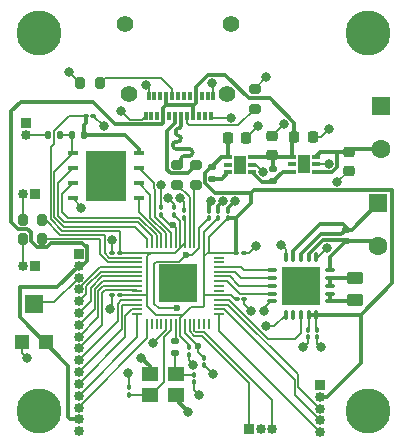
<source format=gbr>
%TF.GenerationSoftware,KiCad,Pcbnew,7.0.1*%
%TF.CreationDate,2024-01-29T14:24:05+02:00*%
%TF.ProjectId,Temp_meter_1.1,54656d70-5f6d-4657-9465-725f312e312e,rev?*%
%TF.SameCoordinates,Original*%
%TF.FileFunction,Copper,L1,Top*%
%TF.FilePolarity,Positive*%
%FSLAX46Y46*%
G04 Gerber Fmt 4.6, Leading zero omitted, Abs format (unit mm)*
G04 Created by KiCad (PCBNEW 7.0.1) date 2024-01-29 14:24:06*
%MOMM*%
%LPD*%
G01*
G04 APERTURE LIST*
G04 Aperture macros list*
%AMRoundRect*
0 Rectangle with rounded corners*
0 $1 Rounding radius*
0 $2 $3 $4 $5 $6 $7 $8 $9 X,Y pos of 4 corners*
0 Add a 4 corners polygon primitive as box body*
4,1,4,$2,$3,$4,$5,$6,$7,$8,$9,$2,$3,0*
0 Add four circle primitives for the rounded corners*
1,1,$1+$1,$2,$3*
1,1,$1+$1,$4,$5*
1,1,$1+$1,$6,$7*
1,1,$1+$1,$8,$9*
0 Add four rect primitives between the rounded corners*
20,1,$1+$1,$2,$3,$4,$5,0*
20,1,$1+$1,$4,$5,$6,$7,0*
20,1,$1+$1,$6,$7,$8,$9,0*
20,1,$1+$1,$8,$9,$2,$3,0*%
G04 Aperture macros list end*
%TA.AperFunction,ComponentPad*%
%ADD10C,3.800000*%
%TD*%
%TA.AperFunction,SMDPad,CuDef*%
%ADD11RoundRect,0.225000X-0.225000X-0.250000X0.225000X-0.250000X0.225000X0.250000X-0.225000X0.250000X0*%
%TD*%
%TA.AperFunction,SMDPad,CuDef*%
%ADD12RoundRect,0.100000X0.100000X-0.130000X0.100000X0.130000X-0.100000X0.130000X-0.100000X-0.130000X0*%
%TD*%
%TA.AperFunction,SMDPad,CuDef*%
%ADD13RoundRect,0.200000X-0.275000X0.200000X-0.275000X-0.200000X0.275000X-0.200000X0.275000X0.200000X0*%
%TD*%
%TA.AperFunction,SMDPad,CuDef*%
%ADD14RoundRect,0.135000X0.185000X-0.135000X0.185000X0.135000X-0.185000X0.135000X-0.185000X-0.135000X0*%
%TD*%
%TA.AperFunction,ComponentPad*%
%ADD15R,0.850000X0.850000*%
%TD*%
%TA.AperFunction,ComponentPad*%
%ADD16O,0.850000X0.850000*%
%TD*%
%TA.AperFunction,SMDPad,CuDef*%
%ADD17RoundRect,0.100000X0.130000X0.100000X-0.130000X0.100000X-0.130000X-0.100000X0.130000X-0.100000X0*%
%TD*%
%TA.AperFunction,SMDPad,CuDef*%
%ADD18RoundRect,0.200000X0.200000X0.275000X-0.200000X0.275000X-0.200000X-0.275000X0.200000X-0.275000X0*%
%TD*%
%TA.AperFunction,SMDPad,CuDef*%
%ADD19RoundRect,0.200000X-0.200000X-0.275000X0.200000X-0.275000X0.200000X0.275000X-0.200000X0.275000X0*%
%TD*%
%TA.AperFunction,SMDPad,CuDef*%
%ADD20RoundRect,0.135000X0.135000X0.185000X-0.135000X0.185000X-0.135000X-0.185000X0.135000X-0.185000X0*%
%TD*%
%TA.AperFunction,SMDPad,CuDef*%
%ADD21RoundRect,0.225000X-0.250000X0.225000X-0.250000X-0.225000X0.250000X-0.225000X0.250000X0.225000X0*%
%TD*%
%TA.AperFunction,SMDPad,CuDef*%
%ADD22RoundRect,0.100000X-0.100000X0.130000X-0.100000X-0.130000X0.100000X-0.130000X0.100000X0.130000X0*%
%TD*%
%TA.AperFunction,ComponentPad*%
%ADD23RoundRect,0.250000X-0.550000X0.550000X-0.550000X-0.550000X0.550000X-0.550000X0.550000X0.550000X0*%
%TD*%
%TA.AperFunction,ComponentPad*%
%ADD24C,1.600000*%
%TD*%
%TA.AperFunction,SMDPad,CuDef*%
%ADD25RoundRect,0.075000X0.337500X0.075000X-0.337500X0.075000X-0.337500X-0.075000X0.337500X-0.075000X0*%
%TD*%
%TA.AperFunction,SMDPad,CuDef*%
%ADD26RoundRect,0.075000X0.075000X0.337500X-0.075000X0.337500X-0.075000X-0.337500X0.075000X-0.337500X0*%
%TD*%
%TA.AperFunction,SMDPad,CuDef*%
%ADD27R,3.250000X3.250000*%
%TD*%
%TA.AperFunction,SMDPad,CuDef*%
%ADD28RoundRect,0.135000X-0.185000X0.135000X-0.185000X-0.135000X0.185000X-0.135000X0.185000X0.135000X0*%
%TD*%
%TA.AperFunction,SMDPad,CuDef*%
%ADD29R,0.960000X0.440000*%
%TD*%
%TA.AperFunction,SMDPad,CuDef*%
%ADD30R,3.400000X4.300000*%
%TD*%
%TA.AperFunction,SMDPad,CuDef*%
%ADD31RoundRect,0.225000X0.250000X-0.225000X0.250000X0.225000X-0.250000X0.225000X-0.250000X-0.225000X0*%
%TD*%
%TA.AperFunction,SMDPad,CuDef*%
%ADD32RoundRect,0.250000X0.450000X-0.262500X0.450000X0.262500X-0.450000X0.262500X-0.450000X-0.262500X0*%
%TD*%
%TA.AperFunction,SMDPad,CuDef*%
%ADD33RoundRect,0.100000X-0.130000X-0.100000X0.130000X-0.100000X0.130000X0.100000X-0.130000X0.100000X0*%
%TD*%
%TA.AperFunction,SMDPad,CuDef*%
%ADD34R,0.300000X0.700000*%
%TD*%
%TA.AperFunction,ComponentPad*%
%ADD35C,1.400000*%
%TD*%
%TA.AperFunction,SMDPad,CuDef*%
%ADD36R,1.400000X1.200000*%
%TD*%
%TA.AperFunction,SMDPad,CuDef*%
%ADD37R,0.690000X0.320000*%
%TD*%
%TA.AperFunction,SMDPad,CuDef*%
%ADD38R,1.000000X1.600000*%
%TD*%
%TA.AperFunction,SMDPad,CuDef*%
%ADD39RoundRect,0.140000X0.170000X-0.140000X0.170000X0.140000X-0.170000X0.140000X-0.170000X-0.140000X0*%
%TD*%
%TA.AperFunction,SMDPad,CuDef*%
%ADD40R,1.200000X1.200000*%
%TD*%
%TA.AperFunction,SMDPad,CuDef*%
%ADD41R,1.600000X1.500000*%
%TD*%
%TA.AperFunction,SMDPad,CuDef*%
%ADD42RoundRect,0.050000X-0.387500X-0.050000X0.387500X-0.050000X0.387500X0.050000X-0.387500X0.050000X0*%
%TD*%
%TA.AperFunction,SMDPad,CuDef*%
%ADD43RoundRect,0.050000X-0.050000X-0.387500X0.050000X-0.387500X0.050000X0.387500X-0.050000X0.387500X0*%
%TD*%
%TA.AperFunction,SMDPad,CuDef*%
%ADD44R,3.200000X3.200000*%
%TD*%
%TA.AperFunction,ViaPad*%
%ADD45C,0.800000*%
%TD*%
%TA.AperFunction,ViaPad*%
%ADD46C,0.600000*%
%TD*%
%TA.AperFunction,Conductor*%
%ADD47C,0.300000*%
%TD*%
%TA.AperFunction,Conductor*%
%ADD48C,0.200000*%
%TD*%
G04 APERTURE END LIST*
D10*
%TO.P,H4,1*%
%TO.N,N/C*%
X117900000Y-76000000D03*
%TD*%
D11*
%TO.P,C3,1*%
%TO.N,+3.3V*%
X106050000Y-52900000D03*
%TO.P,C3,2*%
%TO.N,GND*%
X107600000Y-52900000D03*
%TD*%
D12*
%TO.P,C7,1*%
%TO.N,+1V1*%
X100400000Y-59375000D03*
%TO.P,C7,2*%
%TO.N,GND*%
X100400000Y-58735000D03*
%TD*%
D13*
%TO.P,R5,1*%
%TO.N,USB_DP*%
X101700000Y-55200000D03*
%TO.P,R5,2*%
%TO.N,Net-(U1-USB_DP)*%
X101700000Y-56850000D03*
%TD*%
D14*
%TO.P,R9,1*%
%TO.N,Net-(C18-Pad2)*%
X101592500Y-71120000D03*
%TO.P,R9,2*%
%TO.N,XOUT*%
X101592500Y-70100000D03*
%TD*%
D15*
%TO.P,J2,1,Pin_1*%
%TO.N,GND*%
X113800000Y-73800000D03*
D16*
%TO.P,J2,2,Pin_2*%
%TO.N,+3.3V*%
X113800000Y-74800000D03*
%TO.P,J2,3,Pin_3*%
%TO.N,Switch*%
X113800000Y-75800000D03*
%TO.P,J2,4,Pin_4*%
%TO.N,Out_B*%
X113800000Y-76800000D03*
%TO.P,J2,5,Pin_5*%
%TO.N,Out_A*%
X113800000Y-77800000D03*
%TD*%
D12*
%TO.P,C5,1*%
%TO.N,+1V1*%
X104400000Y-59665000D03*
%TO.P,C5,2*%
%TO.N,GND*%
X104400000Y-59025000D03*
%TD*%
D11*
%TO.P,C2,1*%
%TO.N,+5V*%
X111650000Y-52800000D03*
%TO.P,C2,2*%
%TO.N,GND*%
X113200000Y-52800000D03*
%TD*%
D17*
%TO.P,C8,1*%
%TO.N,+3.3V*%
X96875000Y-66200000D03*
%TO.P,C8,2*%
%TO.N,GND*%
X96235000Y-66200000D03*
%TD*%
D12*
%TO.P,C15,1*%
%TO.N,+3.3V*%
X105200000Y-59665000D03*
%TO.P,C15,2*%
%TO.N,GND*%
X105200000Y-59025000D03*
%TD*%
D18*
%TO.P,R11,1*%
%TO.N,LED2*%
X90300000Y-61400000D03*
%TO.P,R11,2*%
%TO.N,Net-(D2-A)*%
X88650000Y-61400000D03*
%TD*%
D15*
%TO.P,D1,1,K*%
%TO.N,GND*%
X89700000Y-57600000D03*
D16*
%TO.P,D1,2,A*%
%TO.N,Net-(D1-A)*%
X88700000Y-57600000D03*
%TD*%
D19*
%TO.P,R14,1*%
%TO.N,GND*%
X93550000Y-48200000D03*
%TO.P,R14,2*%
%TO.N,Net-(P1-CC2)*%
X95200000Y-48200000D03*
%TD*%
D20*
%TO.P,R7,1*%
%TO.N,+3.3V*%
X93820000Y-52600000D03*
%TO.P,R7,2*%
%TO.N,QSPI_SS*%
X92800000Y-52600000D03*
%TD*%
D13*
%TO.P,R15,1*%
%TO.N,GND*%
X108300000Y-48750000D03*
%TO.P,R15,2*%
%TO.N,Net-(P1-CC1)*%
X108300000Y-50400000D03*
%TD*%
D21*
%TO.P,C1,1*%
%TO.N,Net-(J1-Pin_2)*%
X116300000Y-54100000D03*
%TO.P,C1,2*%
%TO.N,GND*%
X116300000Y-55650000D03*
%TD*%
D22*
%TO.P,C17,1*%
%TO.N,GND*%
X97700000Y-73980000D03*
%TO.P,C17,2*%
%TO.N,XIN*%
X97700000Y-74620000D03*
%TD*%
D23*
%TO.P,J1,1,Pin_1*%
%TO.N,GND*%
X119000000Y-50200000D03*
D24*
%TO.P,J1,2,Pin_2*%
%TO.N,Net-(J1-Pin_2)*%
X119000000Y-53800000D03*
%TD*%
D25*
%TO.P,U5,1,BIAS*%
%TO.N,Net-(U5-BIAS)*%
X114647500Y-66700000D03*
%TO.P,U5,2,REFIN+*%
X114647500Y-66050000D03*
%TO.P,U5,3,REFIN-*%
%TO.N,Net-(U5-ISENSOR)*%
X114647500Y-65400000D03*
%TO.P,U5,4,ISENSOR*%
X114647500Y-64750000D03*
%TO.P,U5,5,FORCE+*%
%TO.N,RTD+*%
X114647500Y-64100000D03*
D26*
%TO.P,U5,6,FORCE2*%
%TO.N,GND*%
X113510000Y-62962500D03*
%TO.P,U5,7,RTDIN+*%
%TO.N,RTD+*%
X112860000Y-62962500D03*
%TO.P,U5,8,RTDIN-*%
%TO.N,RTD-*%
X112210000Y-62962500D03*
%TO.P,U5,9,FORCE-*%
X111560000Y-62962500D03*
%TO.P,U5,10,GND*%
%TO.N,GND*%
X110910000Y-62962500D03*
D25*
%TO.P,U5,11,SDI*%
%TO.N,SDI*%
X109772500Y-64100000D03*
%TO.P,U5,12,SCLK*%
%TO.N,SCLK*%
X109772500Y-64750000D03*
%TO.P,U5,13,~{CS}*%
%TO.N,CS*%
X109772500Y-65400000D03*
%TO.P,U5,14,SDO*%
%TO.N,SD0*%
X109772500Y-66050000D03*
%TO.P,U5,15,DGND*%
%TO.N,GND*%
X109772500Y-66700000D03*
D26*
%TO.P,U5,16,GND*%
X110910000Y-67837500D03*
%TO.P,U5,17,NC*%
%TO.N,unconnected-(U5-NC-Pad17)*%
X111560000Y-67837500D03*
%TO.P,U5,18,~{DRDY}*%
%TO.N,DRDY*%
X112210000Y-67837500D03*
%TO.P,U5,19,DVDD*%
%TO.N,+3.3V*%
X112860000Y-67837500D03*
%TO.P,U5,20,VDD*%
X113510000Y-67837500D03*
D27*
%TO.P,U5,21,GND*%
%TO.N,GND*%
X112210000Y-65400000D03*
%TD*%
D22*
%TO.P,C20,1*%
%TO.N,+3.3V*%
X112800000Y-69125000D03*
%TO.P,C20,2*%
%TO.N,GND*%
X112800000Y-69765000D03*
%TD*%
D23*
%TO.P,J3,1,Pin_1*%
%TO.N,RTD-*%
X118775000Y-58400000D03*
D24*
%TO.P,J3,2,Pin_2*%
%TO.N,RTD+*%
X118775000Y-62000000D03*
%TD*%
D12*
%TO.P,C13,1*%
%TO.N,+3.3V*%
X102300000Y-59620000D03*
%TO.P,C13,2*%
%TO.N,GND*%
X102300000Y-58980000D03*
%TD*%
%TO.P,C22,1*%
%TO.N,+3.3V*%
X101500000Y-59375000D03*
%TO.P,C22,2*%
%TO.N,GND*%
X101500000Y-58735000D03*
%TD*%
D28*
%TO.P,R1,1*%
%TO.N,+5V*%
X109850000Y-55540000D03*
%TO.P,R1,2*%
%TO.N,Net-(U2-EN)*%
X109850000Y-56560000D03*
%TD*%
D29*
%TO.P,U4,1,~{CS}*%
%TO.N,QSPI_SS*%
X92900000Y-54190000D03*
%TO.P,U4,2,DO(IO1)*%
%TO.N,QSPI_SD1*%
X92900000Y-55460000D03*
%TO.P,U4,3,IO2*%
%TO.N,QSPI_SD2*%
X92900000Y-56730000D03*
%TO.P,U4,4,GND*%
%TO.N,GND*%
X92900000Y-58000000D03*
%TO.P,U4,5,DI(IO0)*%
%TO.N,QSPI_SD0*%
X98500000Y-58000000D03*
%TO.P,U4,6,CLK*%
%TO.N,QSPI_SCLK*%
X98500000Y-56730000D03*
%TO.P,U4,7,IO3*%
%TO.N,QSPI_SD3*%
X98500000Y-55460000D03*
%TO.P,U4,8,VCC*%
%TO.N,+3.3V*%
X98500000Y-54190000D03*
D30*
%TO.P,U4,9*%
%TO.N,N/C*%
X95700000Y-56095000D03*
%TD*%
D31*
%TO.P,C4,1*%
%TO.N,+5V*%
X109800000Y-54300000D03*
%TO.P,C4,2*%
%TO.N,GND*%
X109800000Y-52750000D03*
%TD*%
D15*
%TO.P,LCD1,1,Vss*%
%TO.N,GND*%
X93400000Y-62700000D03*
D16*
%TO.P,LCD1,2,Vdd*%
%TO.N,+5V*%
X93400000Y-63700000D03*
%TO.P,LCD1,3,V0*%
%TO.N,Net-(LCD1-V0)*%
X93400000Y-64700000D03*
%TO.P,LCD1,4,RS*%
%TO.N,RS*%
X93400000Y-65700000D03*
%TO.P,LCD1,5,R/W*%
%TO.N,R{slash}W*%
X93400000Y-66700000D03*
%TO.P,LCD1,6,E*%
%TO.N,E*%
X93400000Y-67700000D03*
%TO.P,LCD1,7,DB0*%
%TO.N,DB0*%
X93400000Y-68700000D03*
%TO.P,LCD1,8,DB1*%
%TO.N,DB1*%
X93400000Y-69700000D03*
%TO.P,LCD1,9,DB2*%
%TO.N,DB2*%
X93400000Y-70700000D03*
%TO.P,LCD1,10,DB3*%
%TO.N,DB3*%
X93400000Y-71700000D03*
%TO.P,LCD1,11,DB4*%
%TO.N,DB4*%
X93400000Y-72700000D03*
%TO.P,LCD1,12,DB5*%
%TO.N,DB5*%
X93400000Y-73700000D03*
%TO.P,LCD1,13,DB6*%
%TO.N,DB6*%
X93400000Y-74700000D03*
%TO.P,LCD1,14,DB7*%
%TO.N,DB7*%
X93400000Y-75700000D03*
%TO.P,LCD1,15,LED+*%
%TO.N,+5V*%
X93400000Y-76700000D03*
%TO.P,LCD1,16,LED-*%
%TO.N,GND*%
X93400000Y-77700000D03*
%TD*%
D12*
%TO.P,C11,1*%
%TO.N,+3.3V*%
X106000000Y-59665000D03*
%TO.P,C11,2*%
%TO.N,GND*%
X106000000Y-59025000D03*
%TD*%
D32*
%TO.P,R12,1*%
%TO.N,Net-(U5-BIAS)*%
X116800000Y-66600000D03*
%TO.P,R12,2*%
%TO.N,Net-(U5-ISENSOR)*%
X116800000Y-64775000D03*
%TD*%
D33*
%TO.P,C10,1*%
%TO.N,+3.3V*%
X106780000Y-66500000D03*
%TO.P,C10,2*%
%TO.N,GND*%
X107420000Y-66500000D03*
%TD*%
D34*
%TO.P,P1,A1,GND*%
%TO.N,GND*%
X104560000Y-51060000D03*
%TO.P,P1,A2*%
%TO.N,N/C*%
X104060000Y-51060000D03*
%TO.P,P1,A3*%
X103560000Y-51060000D03*
%TO.P,P1,A4,VBUS*%
%TO.N,+5V*%
X103060000Y-51060000D03*
%TO.P,P1,A5,CC1*%
%TO.N,Net-(P1-CC1)*%
X102560000Y-51060000D03*
%TO.P,P1,A6,D+*%
%TO.N,USB_DP*%
X102060000Y-51060000D03*
%TO.P,P1,A7,D-*%
%TO.N,USB_DM*%
X101560000Y-51060000D03*
%TO.P,P1,A8*%
%TO.N,N/C*%
X101060000Y-51060000D03*
%TO.P,P1,A9,VBUS*%
%TO.N,+5V*%
X100560000Y-51060000D03*
%TO.P,P1,A10*%
%TO.N,N/C*%
X100060000Y-51060000D03*
%TO.P,P1,A11*%
X99560000Y-51060000D03*
%TO.P,P1,A12,GND*%
%TO.N,GND*%
X99060000Y-51060000D03*
%TO.P,P1,B1,GND*%
X99310000Y-49360000D03*
%TO.P,P1,B2*%
%TO.N,N/C*%
X99810000Y-49360000D03*
%TO.P,P1,B3*%
X100310000Y-49360000D03*
%TO.P,P1,B4,VBUS*%
%TO.N,+5V*%
X100810000Y-49360000D03*
%TO.P,P1,B5,CC2*%
%TO.N,Net-(P1-CC2)*%
X101310000Y-49360000D03*
%TO.P,P1,B6*%
%TO.N,N/C*%
X101810000Y-49360000D03*
%TO.P,P1,B7*%
X102310000Y-49360000D03*
%TO.P,P1,B8*%
X102810000Y-49360000D03*
%TO.P,P1,B9,VBUS*%
%TO.N,+5V*%
X103310000Y-49360000D03*
%TO.P,P1,B10*%
%TO.N,N/C*%
X103810000Y-49360000D03*
%TO.P,P1,B11*%
X104310000Y-49360000D03*
%TO.P,P1,B12,GND*%
%TO.N,GND*%
X104810000Y-49360000D03*
D35*
%TO.P,P1,S1,SHIELD*%
X106300000Y-43200000D03*
X105940000Y-49150000D03*
X97680000Y-49150000D03*
X97320000Y-43200000D03*
%TD*%
D36*
%TO.P,Y2,1,1*%
%TO.N,XIN*%
X99400000Y-74600000D03*
%TO.P,Y2,2,2*%
%TO.N,GND*%
X101600000Y-74600000D03*
%TO.P,Y2,3,3*%
%TO.N,Net-(C18-Pad2)*%
X101600000Y-72900000D03*
%TO.P,Y2,4,4*%
%TO.N,GND*%
X99400000Y-72900000D03*
%TD*%
D15*
%TO.P,SW1,1*%
%TO.N,GND*%
X88900000Y-51600000D03*
D16*
%TO.P,SW1,2*%
%TO.N,Net-(R8-Pad2)*%
X88900000Y-52600000D03*
%TD*%
D33*
%TO.P,C16,1*%
%TO.N,+3.3V*%
X94000000Y-51000000D03*
%TO.P,C16,2*%
%TO.N,GND*%
X94640000Y-51000000D03*
%TD*%
%TO.P,C14,1*%
%TO.N,+3.3V*%
X106725000Y-62620000D03*
%TO.P,C14,2*%
%TO.N,GND*%
X107365000Y-62620000D03*
%TD*%
D10*
%TO.P,H1,1*%
%TO.N,N/C*%
X117900000Y-44000000D03*
%TD*%
D37*
%TO.P,U2,1,OUT*%
%TO.N,+3.3V*%
X106060000Y-54500000D03*
%TO.P,U2,2*%
%TO.N,N/C*%
X106060000Y-55150000D03*
%TO.P,U2,3,PG*%
%TO.N,Net-(U2-PG)*%
X106060000Y-55800000D03*
%TO.P,U2,4,EN*%
%TO.N,Net-(U2-EN)*%
X108100000Y-55800000D03*
%TO.P,U2,5,GND*%
%TO.N,GND*%
X108100000Y-55150000D03*
%TO.P,U2,6,IN*%
%TO.N,+5V*%
X108100000Y-54500000D03*
D38*
%TO.P,U2,7*%
%TO.N,N/C*%
X107080000Y-55150000D03*
%TD*%
D12*
%TO.P,C18,1*%
%TO.N,GND*%
X103200000Y-73565000D03*
%TO.P,C18,2*%
%TO.N,Net-(C18-Pad2)*%
X103200000Y-72925000D03*
%TD*%
D13*
%TO.P,R6,1*%
%TO.N,USB_DM*%
X103300000Y-55200000D03*
%TO.P,R6,2*%
%TO.N,Net-(U1-USB_DM)*%
X103300000Y-56850000D03*
%TD*%
D10*
%TO.P,H2,1*%
%TO.N,N/C*%
X90000000Y-76000000D03*
%TD*%
D20*
%TO.P,R8,1*%
%TO.N,QSPI_SS*%
X91820000Y-52600000D03*
%TO.P,R8,2*%
%TO.N,Net-(R8-Pad2)*%
X90800000Y-52600000D03*
%TD*%
D22*
%TO.P,C6,1*%
%TO.N,+1V1*%
X104000000Y-71480000D03*
%TO.P,C6,2*%
%TO.N,GND*%
X104000000Y-72120000D03*
%TD*%
D15*
%TO.P,J4,1,Pin_1*%
%TO.N,Net-(J4-Pin_1)*%
X107800000Y-77500000D03*
D16*
%TO.P,J4,2,Pin_2*%
%TO.N,GND*%
X108800000Y-77500000D03*
%TO.P,J4,3,Pin_3*%
%TO.N,Net-(J4-Pin_3)*%
X109800000Y-77500000D03*
%TD*%
D37*
%TO.P,U3,1,OUT*%
%TO.N,+5V*%
X111450000Y-54450000D03*
%TO.P,U3,2*%
%TO.N,N/C*%
X111450000Y-55100000D03*
%TO.P,U3,3,PG*%
%TO.N,Net-(U2-EN)*%
X111450000Y-55750000D03*
%TO.P,U3,4,EN*%
%TO.N,Net-(J1-Pin_2)*%
X113490000Y-55750000D03*
%TO.P,U3,5,GND*%
%TO.N,GND*%
X113490000Y-55100000D03*
%TO.P,U3,6,IN*%
%TO.N,Net-(J1-Pin_2)*%
X113490000Y-54450000D03*
D38*
%TO.P,U3,7*%
%TO.N,N/C*%
X112470000Y-55100000D03*
%TD*%
D10*
%TO.P,H3,1*%
%TO.N,N/C*%
X90000000Y-44000000D03*
%TD*%
D22*
%TO.P,C9,1*%
%TO.N,+3.3V*%
X102700000Y-70580000D03*
%TO.P,C9,2*%
%TO.N,GND*%
X102700000Y-71220000D03*
%TD*%
D39*
%TO.P,C21,1*%
%TO.N,RTD+*%
X116000000Y-61600000D03*
%TO.P,C21,2*%
%TO.N,RTD-*%
X116000000Y-60640000D03*
%TD*%
D40*
%TO.P,RV1,1,1*%
%TO.N,GND*%
X88600000Y-70150000D03*
D41*
%TO.P,RV1,2,2*%
%TO.N,Net-(LCD1-V0)*%
X89600000Y-66900000D03*
D40*
%TO.P,RV1,3,3*%
%TO.N,+5V*%
X90600000Y-70150000D03*
%TD*%
D15*
%TO.P,D2,1,K*%
%TO.N,GND*%
X89700000Y-63700000D03*
D16*
%TO.P,D2,2,A*%
%TO.N,Net-(D2-A)*%
X88700000Y-63700000D03*
%TD*%
D18*
%TO.P,R10,1*%
%TO.N,LED1*%
X90300000Y-59800000D03*
%TO.P,R10,2*%
%TO.N,Net-(D1-A)*%
X88650000Y-59800000D03*
%TD*%
D28*
%TO.P,R2,1*%
%TO.N,+3.3V*%
X104700000Y-55300000D03*
%TO.P,R2,2*%
%TO.N,Net-(U2-PG)*%
X104700000Y-56320000D03*
%TD*%
D22*
%TO.P,C19,1*%
%TO.N,+3.3V*%
X113600000Y-69125000D03*
%TO.P,C19,2*%
%TO.N,GND*%
X113600000Y-69765000D03*
%TD*%
D42*
%TO.P,U1,1,IOVDD*%
%TO.N,+3.3V*%
X98362500Y-62600000D03*
%TO.P,U1,2,GPIO0*%
%TO.N,LED1*%
X98362500Y-63000000D03*
%TO.P,U1,3,GPIO1*%
%TO.N,LED2*%
X98362500Y-63400000D03*
%TO.P,U1,4,GPIO2*%
%TO.N,RS*%
X98362500Y-63800000D03*
%TO.P,U1,5,GPIO3*%
%TO.N,R{slash}W*%
X98362500Y-64200000D03*
%TO.P,U1,6,GPIO4*%
%TO.N,E*%
X98362500Y-64600000D03*
%TO.P,U1,7,GPIO5*%
%TO.N,DB0*%
X98362500Y-65000000D03*
%TO.P,U1,8,GPIO6*%
%TO.N,DB1*%
X98362500Y-65400000D03*
%TO.P,U1,9,GPIO7*%
%TO.N,DB2*%
X98362500Y-65800000D03*
%TO.P,U1,10,IOVDD*%
%TO.N,+3.3V*%
X98362500Y-66200000D03*
%TO.P,U1,11,GPIO8*%
%TO.N,DB3*%
X98362500Y-66600000D03*
%TO.P,U1,12,GPIO9*%
%TO.N,DB4*%
X98362500Y-67000000D03*
%TO.P,U1,13,GPIO10*%
%TO.N,DB5*%
X98362500Y-67400000D03*
%TO.P,U1,14,GPIO11*%
%TO.N,DB6*%
X98362500Y-67800000D03*
D43*
%TO.P,U1,15,GPIO12*%
%TO.N,DB7*%
X99200000Y-68637500D03*
%TO.P,U1,16,GPIO13*%
%TO.N,unconnected-(U1-GPIO13-Pad16)*%
X99600000Y-68637500D03*
%TO.P,U1,17,GPIO14*%
%TO.N,unconnected-(U1-GPIO14-Pad17)*%
X100000000Y-68637500D03*
%TO.P,U1,18,GPIO15*%
%TO.N,unconnected-(U1-GPIO15-Pad18)*%
X100400000Y-68637500D03*
%TO.P,U1,19,TESTEN*%
%TO.N,GND*%
X100800000Y-68637500D03*
%TO.P,U1,20,XIN*%
%TO.N,XIN*%
X101200000Y-68637500D03*
%TO.P,U1,21,XOUT*%
%TO.N,XOUT*%
X101600000Y-68637500D03*
%TO.P,U1,22,IOVDD*%
%TO.N,+3.3V*%
X102000000Y-68637500D03*
%TO.P,U1,23,DVDD*%
%TO.N,+1V1*%
X102400000Y-68637500D03*
%TO.P,U1,24,SWCLK*%
%TO.N,Net-(J4-Pin_1)*%
X102800000Y-68637500D03*
%TO.P,U1,25,SWD*%
%TO.N,Net-(J4-Pin_3)*%
X103200000Y-68637500D03*
%TO.P,U1,26,RUN*%
%TO.N,unconnected-(U1-RUN-Pad26)*%
X103600000Y-68637500D03*
%TO.P,U1,27,GPIO16*%
%TO.N,unconnected-(U1-GPIO16-Pad27)*%
X104000000Y-68637500D03*
%TO.P,U1,28,GPIO17*%
%TO.N,unconnected-(U1-GPIO17-Pad28)*%
X104400000Y-68637500D03*
D42*
%TO.P,U1,29,GPIO18*%
%TO.N,Out_A*%
X105237500Y-67800000D03*
%TO.P,U1,30,GPIO19*%
%TO.N,Out_B*%
X105237500Y-67400000D03*
%TO.P,U1,31,GPIO20*%
%TO.N,Switch*%
X105237500Y-67000000D03*
%TO.P,U1,32,GPIO21*%
%TO.N,DRDY*%
X105237500Y-66600000D03*
%TO.P,U1,33,IOVDD*%
%TO.N,+3.3V*%
X105237500Y-66200000D03*
%TO.P,U1,34,GPIO22*%
%TO.N,unconnected-(U1-GPIO22-Pad34)*%
X105237500Y-65800000D03*
%TO.P,U1,35,GPIO23*%
%TO.N,unconnected-(U1-GPIO23-Pad35)*%
X105237500Y-65400000D03*
%TO.P,U1,36,GPIO24*%
%TO.N,SD0*%
X105237500Y-65000000D03*
%TO.P,U1,37,GPIO25*%
%TO.N,CS*%
X105237500Y-64600000D03*
%TO.P,U1,38,GPIO26_ADC0*%
%TO.N,SCLK*%
X105237500Y-64200000D03*
%TO.P,U1,39,GPIO27_ADC1*%
%TO.N,SDI*%
X105237500Y-63800000D03*
%TO.P,U1,40,GPIO28_ADC2*%
%TO.N,unconnected-(U1-GPIO28_ADC2-Pad40)*%
X105237500Y-63400000D03*
%TO.P,U1,41,GPIO29_ADC3*%
%TO.N,unconnected-(U1-GPIO29_ADC3-Pad41)*%
X105237500Y-63000000D03*
%TO.P,U1,42,IOVDD*%
%TO.N,+3.3V*%
X105237500Y-62600000D03*
D43*
%TO.P,U1,43,ADC_AVDD*%
X104400000Y-61762500D03*
%TO.P,U1,44,VREG_IN*%
X104000000Y-61762500D03*
%TO.P,U1,45,VREG_VOUT*%
%TO.N,+1V1*%
X103600000Y-61762500D03*
%TO.P,U1,46,USB_DM*%
%TO.N,Net-(U1-USB_DM)*%
X103200000Y-61762500D03*
%TO.P,U1,47,USB_DP*%
%TO.N,Net-(U1-USB_DP)*%
X102800000Y-61762500D03*
%TO.P,U1,48,USB_VDD*%
%TO.N,+3.3V*%
X102400000Y-61762500D03*
%TO.P,U1,49,IOVDD*%
X102000000Y-61762500D03*
%TO.P,U1,50,DVDD*%
%TO.N,+1V1*%
X101600000Y-61762500D03*
%TO.P,U1,51,QSPI_SD3*%
%TO.N,QSPI_SD3*%
X101200000Y-61762500D03*
%TO.P,U1,52,QSPI_SCLK*%
%TO.N,QSPI_SCLK*%
X100800000Y-61762500D03*
%TO.P,U1,53,QSPI_SD0*%
%TO.N,QSPI_SD0*%
X100400000Y-61762500D03*
%TO.P,U1,54,QSPI_SD2*%
%TO.N,QSPI_SD2*%
X100000000Y-61762500D03*
%TO.P,U1,55,QSPI_SD1*%
%TO.N,QSPI_SD1*%
X99600000Y-61762500D03*
%TO.P,U1,56,QSPI_SS*%
%TO.N,QSPI_SS*%
X99200000Y-61762500D03*
D44*
%TO.P,U1,57,GND*%
%TO.N,GND*%
X101800000Y-65200000D03*
%TD*%
D17*
%TO.P,C12,1*%
%TO.N,+3.3V*%
X96875000Y-62600000D03*
%TO.P,C12,2*%
%TO.N,GND*%
X96235000Y-62600000D03*
%TD*%
D45*
%TO.N,GND*%
X99100000Y-48400000D03*
X102000000Y-58000000D03*
X103100000Y-72100000D03*
X97600000Y-72800000D03*
X110800000Y-51700000D03*
X108400000Y-62000000D03*
X104800000Y-72900000D03*
X103600000Y-74600000D03*
X113300000Y-66500000D03*
X99700000Y-70200000D03*
X101000000Y-58000000D03*
X100700000Y-66300000D03*
X95500000Y-51900000D03*
X109300000Y-47700000D03*
X89000000Y-71500000D03*
X105600000Y-58200000D03*
X111100000Y-64300000D03*
X100400079Y-56879976D03*
X102900000Y-64100000D03*
X92600000Y-47300000D03*
X113900000Y-70600000D03*
X110500000Y-61900000D03*
X114600000Y-55100000D03*
X93600000Y-58800000D03*
X96226500Y-61500000D03*
X108600000Y-51900000D03*
X102650000Y-76050000D03*
X106300000Y-51173500D03*
X97000000Y-50600000D03*
X115300000Y-56600000D03*
X108000000Y-67500000D03*
X111100000Y-66500000D03*
X114600000Y-52100000D03*
X112210000Y-65400000D03*
X112400000Y-70600000D03*
X101800000Y-65200000D03*
X98700000Y-71500000D03*
X100700000Y-64100000D03*
X102900000Y-66300000D03*
X104700000Y-48200000D03*
X109100000Y-67500000D03*
X96073500Y-67400000D03*
X114400000Y-62226500D03*
X109300000Y-68800000D03*
X106600000Y-58200000D03*
X113300000Y-64300000D03*
X109005046Y-55720202D03*
X104600000Y-58200000D03*
D46*
%TO.N,+1V1*%
X103500000Y-70500000D03*
X101377708Y-60222292D03*
X101700000Y-67300000D03*
X102500000Y-62804132D03*
%TD*%
D47*
%TO.N,Net-(J1-Pin_2)*%
X115300000Y-55357423D02*
X115300000Y-54100000D01*
X116300000Y-54100000D02*
X115300000Y-54100000D01*
X113517000Y-55777000D02*
X114880423Y-55777000D01*
X114880423Y-55777000D02*
X115300000Y-55357423D01*
X115300000Y-54100000D02*
X113840000Y-54100000D01*
X119000000Y-53800000D02*
X116600000Y-53800000D01*
X116600000Y-53800000D02*
X116300000Y-54100000D01*
X113840000Y-54100000D02*
X113490000Y-54450000D01*
D48*
%TO.N,+3.3V*%
X99200000Y-67100000D02*
X99200000Y-66200000D01*
X96900000Y-60727000D02*
X91989448Y-60727000D01*
X104000000Y-67100000D02*
X103900000Y-67200000D01*
X99500000Y-62600000D02*
X101591737Y-62600000D01*
X102400000Y-59720000D02*
X102300000Y-59620000D01*
X98362500Y-66200000D02*
X98894975Y-66200000D01*
X104400000Y-61265000D02*
X104400000Y-61762500D01*
D47*
X114100000Y-67837500D02*
X113510000Y-67837500D01*
X106718000Y-59665000D02*
X106000000Y-59665000D01*
X93820000Y-52600000D02*
X93820000Y-51800000D01*
D48*
X102000000Y-68105025D02*
X102000000Y-68637500D01*
X104000000Y-62900000D02*
X104000000Y-61762500D01*
X104400000Y-62500000D02*
X104000000Y-62900000D01*
D47*
X106060000Y-54500000D02*
X105415000Y-54500000D01*
D48*
X102700000Y-70375555D02*
X102700000Y-70580000D01*
D47*
X114401040Y-74800000D02*
X117262500Y-71938540D01*
X105500000Y-54500000D02*
X106060000Y-54500000D01*
X115700000Y-67837500D02*
X114100000Y-67837500D01*
D48*
X96875000Y-62547552D02*
X96900000Y-62522552D01*
D47*
X105415000Y-54500000D02*
X104103000Y-55812000D01*
X104103000Y-56703000D02*
X104900000Y-57500000D01*
D48*
X96900000Y-62522552D02*
X96900000Y-60727000D01*
X102252513Y-67852513D02*
X99952513Y-67852513D01*
D47*
X106050000Y-52900000D02*
X106050000Y-54490000D01*
X108223000Y-57277000D02*
X108000000Y-57500000D01*
D48*
X105237500Y-62600000D02*
X104500000Y-62600000D01*
D47*
X117262500Y-67837500D02*
X119902000Y-65198000D01*
D48*
X91019000Y-53663055D02*
X91323000Y-53359055D01*
X96875000Y-66200000D02*
X98362500Y-66200000D01*
D47*
X106050000Y-54490000D02*
X106060000Y-54500000D01*
X113800000Y-74800000D02*
X114401040Y-74800000D01*
D48*
X103900000Y-67200000D02*
X102905025Y-67200000D01*
X104000000Y-61762500D02*
X104000000Y-60865000D01*
X106780000Y-66500000D02*
X106600000Y-66500000D01*
D47*
X97300000Y-52600000D02*
X93820000Y-52600000D01*
X94000000Y-51620000D02*
X93820000Y-51800000D01*
D48*
X106725000Y-62620000D02*
X105257500Y-62620000D01*
X113510000Y-69035000D02*
X113600000Y-69125000D01*
X102252513Y-67852513D02*
X102000000Y-68105025D01*
X98894975Y-66200000D02*
X99200000Y-66200000D01*
D47*
X119902000Y-57277000D02*
X108223000Y-57277000D01*
X94000000Y-51000000D02*
X94000000Y-51620000D01*
D48*
X102000000Y-59875000D02*
X102000000Y-61762500D01*
D47*
X119902000Y-65198000D02*
X119902000Y-57277000D01*
D48*
X102000000Y-62191737D02*
X102000000Y-61762500D01*
X106600000Y-66500000D02*
X106300000Y-66200000D01*
X104000000Y-66200000D02*
X104000000Y-67100000D01*
X99200000Y-62900000D02*
X99500000Y-62600000D01*
X91323000Y-53359055D02*
X91323000Y-52265055D01*
D47*
X108000000Y-58383000D02*
X106891500Y-59491500D01*
D48*
X99200000Y-66200000D02*
X99200000Y-62900000D01*
D47*
X108000000Y-58383000D02*
X108000000Y-57500000D01*
D48*
X91989448Y-60727000D02*
X91019000Y-59756552D01*
X106000000Y-59665000D02*
X104400000Y-61265000D01*
X91019000Y-59756552D02*
X91019000Y-53663055D01*
D47*
X106891500Y-59491500D02*
X106718000Y-59665000D01*
X106725000Y-59658000D02*
X106725000Y-62620000D01*
D48*
X101500000Y-59375000D02*
X102000000Y-59875000D01*
D47*
X106891500Y-59491500D02*
X106725000Y-59658000D01*
X117262500Y-71938540D02*
X117262500Y-67837500D01*
D48*
X104000000Y-60865000D02*
X105200000Y-59665000D01*
X104000000Y-65494975D02*
X104000000Y-66200000D01*
D47*
X114100000Y-67837500D02*
X112860000Y-67837500D01*
D48*
X105257500Y-62620000D02*
X105237500Y-62600000D01*
X102400000Y-61762500D02*
X102400000Y-61791737D01*
X105237500Y-66200000D02*
X104000000Y-66200000D01*
D47*
X117262500Y-67837500D02*
X115700000Y-67837500D01*
D48*
X102400000Y-61791737D02*
X102000000Y-62191737D01*
X112860000Y-69065000D02*
X112800000Y-69125000D01*
X102400000Y-61762500D02*
X102400000Y-59720000D01*
X104000000Y-62900000D02*
X104000000Y-65494975D01*
X104500000Y-62600000D02*
X104400000Y-62500000D01*
X101591737Y-62600000D02*
X102000000Y-62191737D01*
X92588055Y-51000000D02*
X94000000Y-51000000D01*
D47*
X104700000Y-55300000D02*
X105500000Y-54500000D01*
X98500000Y-54190000D02*
X98500000Y-53800000D01*
D48*
X102000000Y-69675555D02*
X102700000Y-70375555D01*
X104400000Y-61762500D02*
X104400000Y-62500000D01*
X113510000Y-67837500D02*
X113510000Y-69035000D01*
X102000000Y-68637500D02*
X102000000Y-69675555D01*
X99952513Y-67852513D02*
X99200000Y-67100000D01*
X96875000Y-62600000D02*
X96875000Y-62547552D01*
X91323000Y-52265055D02*
X92588055Y-51000000D01*
X98362500Y-62600000D02*
X99500000Y-62600000D01*
X102905025Y-67200000D02*
X102252513Y-67852513D01*
X112860000Y-67837500D02*
X112860000Y-69065000D01*
X106300000Y-66200000D02*
X105237500Y-66200000D01*
X96875000Y-62600000D02*
X98362500Y-62600000D01*
D47*
X98500000Y-53800000D02*
X97300000Y-52600000D01*
X104103000Y-55812000D02*
X104103000Y-56703000D01*
X104900000Y-57500000D02*
X108000000Y-57500000D01*
%TO.N,+5V*%
X109557423Y-49500000D02*
X107800000Y-49500000D01*
X93700000Y-63700000D02*
X93400000Y-63700000D01*
X88423000Y-65500000D02*
X91600000Y-65500000D01*
X105823000Y-47523000D02*
X104377000Y-47523000D01*
X103060000Y-51060000D02*
X103060000Y-50164000D01*
X111650000Y-52800000D02*
X111650000Y-51592577D01*
X111450000Y-54450000D02*
X111450000Y-53000000D01*
X111650000Y-51592577D02*
X109557423Y-49500000D01*
X100560000Y-50360000D02*
X100810000Y-50110000D01*
X111450000Y-53000000D02*
X111650000Y-52800000D01*
X100560000Y-51614000D02*
X100560000Y-51060000D01*
X93400000Y-76700000D02*
X92700000Y-76700000D01*
X109950000Y-54450000D02*
X109800000Y-54300000D01*
X108100000Y-54500000D02*
X109600000Y-54500000D01*
X109600000Y-54500000D02*
X109800000Y-54300000D01*
X100810000Y-50110000D02*
X100810000Y-49360000D01*
X87700000Y-50600000D02*
X88477000Y-49823000D01*
X94102000Y-61998000D02*
X94102000Y-63298000D01*
X103006000Y-50110000D02*
X103060000Y-50164000D01*
X87700000Y-59999580D02*
X87700000Y-50600000D01*
X93902000Y-61998000D02*
X94102000Y-61998000D01*
X109850000Y-54350000D02*
X109800000Y-54300000D01*
X89327000Y-60831420D02*
X89047580Y-60552000D01*
X107800000Y-49500000D02*
X105823000Y-47523000D01*
X88423000Y-68073000D02*
X88423000Y-65500000D01*
X100560000Y-51060000D02*
X100560000Y-50360000D01*
X103060000Y-50164000D02*
X103310000Y-49914000D01*
X88252420Y-60552000D02*
X87700000Y-59999580D01*
X93902000Y-61998000D02*
X93681000Y-61777000D01*
X103310000Y-49914000D02*
X103310000Y-49360000D01*
X89902420Y-62152000D02*
X89327000Y-61576580D01*
X109850000Y-55540000D02*
X109850000Y-54350000D01*
X92498000Y-72148000D02*
X88423000Y-68073000D01*
X93681000Y-61777000D02*
X91072580Y-61777000D01*
X88477000Y-49823000D02*
X94623000Y-49823000D01*
X92700000Y-76700000D02*
X92498000Y-76498000D01*
X89047580Y-60552000D02*
X88252420Y-60552000D01*
X90697580Y-62152000D02*
X89902420Y-62152000D01*
X94102000Y-63298000D02*
X93700000Y-63700000D01*
X91072580Y-61777000D02*
X90697580Y-62152000D01*
X91600000Y-65500000D02*
X93400000Y-63700000D01*
X94623000Y-49823000D02*
X96500000Y-51700000D01*
X103310000Y-48590000D02*
X103310000Y-49360000D01*
X100474000Y-51700000D02*
X100560000Y-51614000D01*
X89327000Y-61576580D02*
X89327000Y-60831420D01*
X100810000Y-50110000D02*
X103006000Y-50110000D01*
X104377000Y-47523000D02*
X103310000Y-48590000D01*
X111450000Y-54450000D02*
X109950000Y-54450000D01*
X92498000Y-76498000D02*
X92498000Y-72148000D01*
X96500000Y-51700000D02*
X100474000Y-51700000D01*
D48*
%TO.N,GND*%
X99060000Y-51060000D02*
X98797000Y-51323000D01*
X97700000Y-72900000D02*
X97700000Y-73980000D01*
X88600000Y-70250000D02*
X88500000Y-70150000D01*
X97600000Y-72800000D02*
X97700000Y-72900000D01*
X113664000Y-62962500D02*
X114400000Y-62226500D01*
X109947500Y-68800000D02*
X110910000Y-67837500D01*
X96235000Y-61508500D02*
X96226500Y-61500000D01*
X107420000Y-66920000D02*
X108000000Y-67500000D01*
X96235000Y-62600000D02*
X96235000Y-61508500D01*
X98797000Y-51323000D02*
X97723000Y-51323000D01*
X112800000Y-70200000D02*
X112400000Y-70600000D01*
X112800000Y-69765000D02*
X112800000Y-70200000D01*
D47*
X106000000Y-59025000D02*
X106000000Y-58800000D01*
D48*
X100800000Y-69107527D02*
X99707527Y-70200000D01*
X88600000Y-71100000D02*
X88600000Y-70250000D01*
X104810000Y-49360000D02*
X104810000Y-48310000D01*
X102700000Y-71700000D02*
X103100000Y-72100000D01*
D47*
X99400000Y-72200000D02*
X98700000Y-71500000D01*
D48*
X109200000Y-67200000D02*
X109100000Y-67300000D01*
X97723000Y-51323000D02*
X97000000Y-50600000D01*
X108300000Y-48750000D02*
X108300000Y-48700000D01*
X96235000Y-67238500D02*
X96235000Y-66200000D01*
X103200000Y-74200000D02*
X103600000Y-74600000D01*
X104020000Y-72120000D02*
X104800000Y-72900000D01*
X93600000Y-58800000D02*
X93600000Y-58700000D01*
X108300000Y-48700000D02*
X109300000Y-47700000D01*
X99310000Y-48610000D02*
X99100000Y-48400000D01*
X93500000Y-48200000D02*
X92600000Y-47300000D01*
X107600000Y-52900000D02*
X108600000Y-51900000D01*
X113200000Y-52800000D02*
X113900000Y-52800000D01*
X109300000Y-68800000D02*
X109947500Y-68800000D01*
X102700000Y-71220000D02*
X102700000Y-71700000D01*
X89000000Y-71500000D02*
X88600000Y-71100000D01*
X102300000Y-58980000D02*
X102300000Y-58300000D01*
X99707527Y-70200000D02*
X99700000Y-70200000D01*
X100400000Y-56880055D02*
X100400079Y-56879976D01*
X110910000Y-62962500D02*
X110910000Y-62310000D01*
X104810000Y-48310000D02*
X104700000Y-48200000D01*
D47*
X104400000Y-59025000D02*
X104400000Y-58400000D01*
D48*
X104000000Y-72120000D02*
X104020000Y-72120000D01*
X100800000Y-68637500D02*
X100800000Y-69107527D01*
D47*
X102650000Y-76050000D02*
X101600000Y-75000000D01*
D48*
X100400000Y-58735000D02*
X100400000Y-56880055D01*
X113600000Y-70300000D02*
X113600000Y-69765000D01*
X110910000Y-62310000D02*
X110500000Y-61900000D01*
D47*
X101600000Y-75000000D02*
X101600000Y-74600000D01*
X105200000Y-58600000D02*
X105600000Y-58200000D01*
X104400000Y-58400000D02*
X104600000Y-58200000D01*
D48*
X94640000Y-51000000D02*
X94640000Y-51040000D01*
X108434844Y-55150000D02*
X109005046Y-55720202D01*
X116250000Y-55650000D02*
X115300000Y-56600000D01*
D47*
X99400000Y-72900000D02*
X99400000Y-72200000D01*
D48*
X94640000Y-51040000D02*
X95500000Y-51900000D01*
D47*
X105200000Y-59025000D02*
X105200000Y-58600000D01*
D48*
X93600000Y-58700000D02*
X92900000Y-58000000D01*
X102300000Y-58300000D02*
X102000000Y-58000000D01*
X104560000Y-51060000D02*
X104673500Y-51173500D01*
X99310000Y-49360000D02*
X99310000Y-48610000D01*
X116300000Y-55650000D02*
X116250000Y-55650000D01*
X96073500Y-67400000D02*
X96235000Y-67238500D01*
X101500000Y-58735000D02*
X101500000Y-58500000D01*
X113900000Y-70600000D02*
X113600000Y-70300000D01*
X109800000Y-52750000D02*
X109800000Y-52700000D01*
X109772500Y-66700000D02*
X109700000Y-66700000D01*
X103200000Y-73565000D02*
X103200000Y-74200000D01*
X93550000Y-48200000D02*
X93500000Y-48200000D01*
X107780000Y-62620000D02*
X107365000Y-62620000D01*
X109700000Y-66700000D02*
X109200000Y-67200000D01*
X107420000Y-66500000D02*
X107420000Y-66920000D01*
X113900000Y-52800000D02*
X114600000Y-52100000D01*
D47*
X106000000Y-58800000D02*
X106600000Y-58200000D01*
D48*
X113490000Y-55100000D02*
X114600000Y-55100000D01*
X104673500Y-51173500D02*
X106300000Y-51173500D01*
X109800000Y-52700000D02*
X110800000Y-51700000D01*
X101500000Y-58500000D02*
X101000000Y-58000000D01*
X108400000Y-62000000D02*
X107780000Y-62620000D01*
X108100000Y-55150000D02*
X108434844Y-55150000D01*
X109100000Y-67300000D02*
X109100000Y-67500000D01*
%TO.N,Net-(D1-A)*%
X88700000Y-59750000D02*
X88700000Y-57600000D01*
X88650000Y-59800000D02*
X88700000Y-59750000D01*
%TO.N,Net-(D2-A)*%
X88650000Y-61400000D02*
X88700000Y-61450000D01*
X88700000Y-61450000D02*
X88700000Y-63700000D01*
D47*
%TO.N,Net-(U2-EN)*%
X108100000Y-55800000D02*
X108900000Y-56600000D01*
X110660000Y-55750000D02*
X109850000Y-56560000D01*
X109810000Y-56600000D02*
X109850000Y-56560000D01*
X108900000Y-56600000D02*
X109810000Y-56600000D01*
X111450000Y-55750000D02*
X110660000Y-55750000D01*
D48*
%TO.N,+1V1*%
X99973000Y-63373000D02*
X99800000Y-63546000D01*
X103500000Y-70980000D02*
X104000000Y-71480000D01*
X99800000Y-66900000D02*
X100200000Y-67300000D01*
X104400000Y-59665000D02*
X103600000Y-60465000D01*
X100400000Y-59500000D02*
X100400000Y-59375000D01*
X102500000Y-62804132D02*
X101931132Y-63373000D01*
X100200000Y-67300000D02*
X101700000Y-67300000D01*
X103500000Y-70500000D02*
X103500000Y-70980000D01*
X102500000Y-62804132D02*
X102987605Y-62804132D01*
X103600000Y-60465000D02*
X103600000Y-61762500D01*
X101931132Y-63373000D02*
X99973000Y-63373000D01*
X102400000Y-68637500D02*
X102400000Y-69400000D01*
X101600000Y-60444584D02*
X101600000Y-61762500D01*
X101377708Y-60222292D02*
X101600000Y-60444584D01*
X103600000Y-62191737D02*
X103600000Y-61762500D01*
X102987605Y-62804132D02*
X103600000Y-62191737D01*
X99800000Y-63546000D02*
X99800000Y-66900000D01*
X101377708Y-60222292D02*
X101122292Y-60222292D01*
X101122292Y-60222292D02*
X100400000Y-59500000D01*
X102400000Y-69400000D02*
X103500000Y-70500000D01*
%TO.N,QSPI_SS*%
X99200000Y-61400000D02*
X99200000Y-61762500D01*
X98200000Y-60400000D02*
X99200000Y-61400000D01*
X92800000Y-52600000D02*
X91820000Y-52600000D01*
X92800000Y-54090000D02*
X92900000Y-54190000D01*
X92134196Y-60400000D02*
X98200000Y-60400000D01*
X92800000Y-52600000D02*
X92800000Y-54090000D01*
X92900000Y-54190000D02*
X91346000Y-55744000D01*
X91346000Y-59611804D02*
X92134196Y-60400000D01*
X91346000Y-55744000D02*
X91346000Y-59611804D01*
%TO.N,Net-(R8-Pad2)*%
X88900000Y-52600000D02*
X90800000Y-52600000D01*
%TO.N,Net-(C18-Pad2)*%
X101625000Y-72925000D02*
X101600000Y-72900000D01*
X101592500Y-72892500D02*
X101600000Y-72900000D01*
X101592500Y-71120000D02*
X101592500Y-72892500D01*
X103200000Y-72925000D02*
X101625000Y-72925000D01*
%TO.N,XOUT*%
X101600000Y-68637500D02*
X101600000Y-70092500D01*
X101600000Y-70092500D02*
X101592500Y-70100000D01*
%TO.N,LED1*%
X95969552Y-63027000D02*
X98335500Y-63027000D01*
X90600000Y-59800000D02*
X91854000Y-61054000D01*
X95600000Y-61054000D02*
X95600000Y-62657448D01*
X98335500Y-63027000D02*
X98362500Y-63000000D01*
X91854000Y-61054000D02*
X95600000Y-61054000D01*
X90300000Y-59800000D02*
X90600000Y-59800000D01*
X95600000Y-62657448D02*
X95969552Y-63027000D01*
%TO.N,LED2*%
X95200000Y-61400000D02*
X95200000Y-62719896D01*
X95880104Y-63400000D02*
X98362500Y-63400000D01*
X90300000Y-61400000D02*
X95200000Y-61400000D01*
X95200000Y-62719896D02*
X95880104Y-63400000D01*
D47*
%TO.N,Net-(U5-BIAS)*%
X116700000Y-66700000D02*
X116800000Y-66600000D01*
X114647500Y-66700000D02*
X116700000Y-66700000D01*
X114647500Y-66050000D02*
X114647500Y-66700000D01*
%TO.N,Net-(U5-ISENSOR)*%
X114647500Y-65400000D02*
X114647500Y-64750000D01*
X116775000Y-64750000D02*
X116800000Y-64775000D01*
X114647500Y-64750000D02*
X116775000Y-64750000D01*
D48*
%TO.N,Switch*%
X106037552Y-67000000D02*
X111937552Y-72900000D01*
X111937552Y-72900000D02*
X112000000Y-72900000D01*
X112000000Y-72900000D02*
X112000000Y-74000000D01*
X105237500Y-67000000D02*
X106037552Y-67000000D01*
X112000000Y-74000000D02*
X113800000Y-75800000D01*
%TO.N,Out_B*%
X111673000Y-73406263D02*
X111673000Y-74673000D01*
X105666737Y-67400000D02*
X111673000Y-73406263D01*
X105237500Y-67400000D02*
X105666737Y-67400000D01*
X111673000Y-74673000D02*
X113800000Y-76800000D01*
%TO.N,Out_A*%
X113800000Y-77800000D02*
X105237500Y-69237500D01*
X105237500Y-69237500D02*
X105237500Y-67800000D01*
D47*
%TO.N,USB_DP*%
X101660000Y-53200000D02*
X101760000Y-53200000D01*
X101610000Y-52450000D02*
X101610000Y-52300000D01*
X102060000Y-54840000D02*
X102060000Y-54700000D01*
X101760000Y-53800000D02*
X101660000Y-53800000D01*
X102760000Y-53800000D02*
X101760000Y-53800000D01*
X102060000Y-51850000D02*
X102060000Y-51700000D01*
X102360000Y-54400000D02*
X102760000Y-54400000D01*
X102060000Y-51700000D02*
X102060000Y-51060000D01*
X101700000Y-55200000D02*
X102060000Y-54840000D01*
X102760000Y-54400000D02*
G75*
G03*
X103060000Y-54100000I0J300000D01*
G01*
X102360000Y-54400000D02*
G75*
G03*
X102060000Y-54700000I0J-300000D01*
G01*
X101360000Y-53500000D02*
G75*
G03*
X101660000Y-53800000I300000J0D01*
G01*
X101760000Y-53200000D02*
G75*
G03*
X102060000Y-52900000I0J300000D01*
G01*
X101835000Y-52075000D02*
G75*
G03*
X101610000Y-52300000I0J-225000D01*
G01*
X101610000Y-52450000D02*
G75*
G03*
X101835000Y-52675000I225000J0D01*
G01*
X102060000Y-52900000D02*
G75*
G03*
X101835000Y-52675000I-225000J0D01*
G01*
X101835000Y-52075000D02*
G75*
G03*
X102060000Y-51850000I0J225000D01*
G01*
X101660000Y-53200000D02*
G75*
G03*
X101360000Y-53500000I0J-300000D01*
G01*
X103060000Y-54100000D02*
G75*
G03*
X102760000Y-53800000I-300000J0D01*
G01*
%TO.N,USB_DM*%
X101227420Y-55877000D02*
X102623000Y-55877000D01*
X101560000Y-51060000D02*
X101560000Y-51614000D01*
X100900000Y-55549580D02*
X101227420Y-55877000D01*
X101560000Y-51614000D02*
X100900000Y-52274000D01*
X100900000Y-52274000D02*
X100900000Y-55549580D01*
X102623000Y-55877000D02*
X103300000Y-55200000D01*
D48*
%TO.N,Net-(J4-Pin_1)*%
X103829000Y-69629000D02*
X107800000Y-73600000D01*
X107800000Y-73600000D02*
X107800000Y-77500000D01*
X102800000Y-69262448D02*
X103166552Y-69629000D01*
X103166552Y-69629000D02*
X103829000Y-69629000D01*
X102800000Y-68637500D02*
X102800000Y-69262448D01*
%TO.N,Net-(J4-Pin_3)*%
X103200000Y-69200000D02*
X103200000Y-68637500D01*
X109800000Y-77500000D02*
X109800000Y-75081486D01*
X104020514Y-69302000D02*
X103302000Y-69302000D01*
X103302000Y-69302000D02*
X103200000Y-69200000D01*
X109800000Y-75081486D02*
X104020514Y-69302000D01*
%TO.N,Net-(LCD1-V0)*%
X89600000Y-66800000D02*
X91300000Y-66800000D01*
X91300000Y-66800000D02*
X93400000Y-64700000D01*
%TO.N,RS*%
X93400000Y-65622068D02*
X93400000Y-65700000D01*
X98362500Y-63800000D02*
X95200000Y-63800000D01*
X95200000Y-63800000D02*
X95200000Y-63822068D01*
X95200000Y-63822068D02*
X93400000Y-65622068D01*
%TO.N,R{slash}W*%
X94052000Y-66048000D02*
X93400000Y-66700000D01*
X95300000Y-64200000D02*
X94052000Y-65448000D01*
X98362500Y-64200000D02*
X95300000Y-64200000D01*
X94052000Y-65448000D02*
X94052000Y-66048000D01*
%TO.N,E*%
X95362448Y-64600000D02*
X94400000Y-65562448D01*
X94400000Y-65562448D02*
X94400000Y-66700000D01*
X94400000Y-66700000D02*
X93400000Y-67700000D01*
X98362500Y-64600000D02*
X95362448Y-64600000D01*
%TO.N,DB0*%
X94746000Y-67354000D02*
X93400000Y-68700000D01*
X98362500Y-65000000D02*
X95424896Y-65000000D01*
X95424896Y-65000000D02*
X94746000Y-65678896D01*
X94746000Y-65678896D02*
X94746000Y-67354000D01*
%TO.N,DB1*%
X95073000Y-68027000D02*
X93400000Y-69700000D01*
X95073000Y-65814344D02*
X95073000Y-68027000D01*
X98362500Y-65400000D02*
X95487344Y-65400000D01*
X95487344Y-65400000D02*
X95073000Y-65814344D01*
%TO.N,DB2*%
X98362500Y-65800000D02*
X98335500Y-65773000D01*
X95400000Y-66000000D02*
X95400000Y-68700000D01*
X95400000Y-68700000D02*
X93400000Y-70700000D01*
X98335500Y-65773000D02*
X95627000Y-65773000D01*
X95627000Y-65773000D02*
X95400000Y-66000000D01*
%TO.N,DB3*%
X98335500Y-66627000D02*
X96973000Y-66627000D01*
X96700000Y-68400000D02*
X93400000Y-71700000D01*
X96700000Y-66900000D02*
X96700000Y-68400000D01*
X98362500Y-66600000D02*
X98335500Y-66627000D01*
X96973000Y-66627000D02*
X96700000Y-66900000D01*
%TO.N,XIN*%
X99500000Y-74600000D02*
X100600000Y-73500000D01*
X99400000Y-74600000D02*
X99500000Y-74600000D01*
X100600000Y-69769975D02*
X101200000Y-69169975D01*
X97700000Y-74620000D02*
X99380000Y-74620000D01*
X101200000Y-69169975D02*
X101200000Y-68637500D01*
X100600000Y-73500000D02*
X100600000Y-69769975D01*
X99380000Y-74620000D02*
X99400000Y-74600000D01*
%TO.N,DB4*%
X97031224Y-67031224D02*
X97031224Y-69068776D01*
X97062448Y-67000000D02*
X97031224Y-67031224D01*
X98362500Y-67000000D02*
X97062448Y-67000000D01*
X97031224Y-69068776D02*
X93400000Y-72700000D01*
%TO.N,DB5*%
X97900000Y-67400000D02*
X97358224Y-67941776D01*
X97358224Y-69741776D02*
X93400000Y-73700000D01*
X98362500Y-67400000D02*
X97900000Y-67400000D01*
X97358224Y-67941776D02*
X97358224Y-69741776D01*
%TO.N,DB6*%
X98362500Y-69737500D02*
X93400000Y-74700000D01*
X98362500Y-67800000D02*
X98362500Y-69737500D01*
%TO.N,DB7*%
X93400000Y-75622068D02*
X93400000Y-75700000D01*
X99200000Y-68637500D02*
X99200000Y-69822068D01*
X99200000Y-69822068D02*
X93400000Y-75622068D01*
%TO.N,Net-(P1-CC2)*%
X101310000Y-48710000D02*
X100373000Y-47773000D01*
X100373000Y-47773000D02*
X95627000Y-47773000D01*
X95627000Y-47773000D02*
X95200000Y-48200000D01*
X101310000Y-48710000D02*
X101310000Y-49360000D01*
%TO.N,Net-(P1-CC1)*%
X102560000Y-51060000D02*
X102560000Y-51610000D01*
X102560000Y-51610000D02*
X102750500Y-51800500D01*
X102750500Y-51800500D02*
X106899500Y-51800500D01*
X106899500Y-51800500D02*
X108300000Y-50400000D01*
%TO.N,Net-(U1-USB_DM)*%
X103200000Y-56950000D02*
X103300000Y-56850000D01*
X103200000Y-61762500D02*
X103200000Y-56950000D01*
%TO.N,Net-(U1-USB_DP)*%
X101700000Y-56850000D02*
X101736712Y-56850000D01*
X102800000Y-57913288D02*
X102800000Y-61762500D01*
X101736712Y-56850000D02*
X102800000Y-57913288D01*
%TO.N,QSPI_SD3*%
X99773079Y-56733079D02*
X98500000Y-55460000D01*
X101200000Y-61762500D02*
X101200000Y-60902448D01*
X99900000Y-59602448D02*
X99900000Y-57266609D01*
X99773079Y-57139688D02*
X99773079Y-56733079D01*
X99900000Y-57266609D02*
X99773079Y-57139688D01*
X101200000Y-60902448D02*
X99900000Y-59602448D01*
%TO.N,QSPI_SCLK*%
X100800000Y-60964896D02*
X100800000Y-61762500D01*
X99473000Y-59637896D02*
X100800000Y-60964896D01*
X99473000Y-57703000D02*
X99473000Y-59637896D01*
X98500000Y-56730000D02*
X99473000Y-57703000D01*
%TO.N,QSPI_SD0*%
X98500000Y-58000000D02*
X98500000Y-59127344D01*
X98500000Y-59127344D02*
X100400000Y-61027344D01*
X100400000Y-61027344D02*
X100400000Y-61762500D01*
%TO.N,QSPI_SD2*%
X92000000Y-59168356D02*
X92456884Y-59625240D01*
X92000000Y-57630000D02*
X92000000Y-59168356D01*
X100000000Y-61089792D02*
X100000000Y-61762500D01*
X98535448Y-59625240D02*
X100000000Y-61089792D01*
X92456884Y-59625240D02*
X98535448Y-59625240D01*
X92900000Y-56730000D02*
X92000000Y-57630000D01*
%TO.N,QSPI_SD1*%
X92148884Y-59952240D02*
X91673000Y-59476356D01*
X91673000Y-56687000D02*
X92900000Y-55460000D01*
X91673000Y-59476356D02*
X91673000Y-56687000D01*
X98400000Y-59952240D02*
X92148884Y-59952240D01*
X99600000Y-61762500D02*
X99600000Y-61152240D01*
X99600000Y-61152240D02*
X98400000Y-59952240D01*
D47*
%TO.N,RTD+*%
X114647500Y-62952500D02*
X116000000Y-61600000D01*
X114062197Y-61500000D02*
X115900000Y-61500000D01*
X112860000Y-62962500D02*
X112860000Y-62702197D01*
X114647500Y-64100000D02*
X114647500Y-62952500D01*
X112860000Y-62702197D02*
X114062197Y-61500000D01*
X118375000Y-61600000D02*
X118775000Y-62000000D01*
X116000000Y-61600000D02*
X118375000Y-61600000D01*
X115900000Y-61500000D02*
X116000000Y-61600000D01*
%TO.N,RTD-*%
X115640000Y-61000000D02*
X116000000Y-60640000D01*
X115800000Y-60200000D02*
X116000000Y-60400000D01*
X113900000Y-61000000D02*
X115640000Y-61000000D01*
X116000000Y-60640000D02*
X116535000Y-60640000D01*
X113800000Y-60200000D02*
X115800000Y-60200000D01*
X116535000Y-60640000D02*
X118775000Y-58400000D01*
X112210000Y-62962500D02*
X112210000Y-62690000D01*
X111560000Y-62440000D02*
X113800000Y-60200000D01*
X111560000Y-62962500D02*
X111560000Y-62440000D01*
X112210000Y-62690000D02*
X113900000Y-61000000D01*
X116000000Y-60400000D02*
X116000000Y-60640000D01*
%TO.N,Net-(U2-PG)*%
X104700000Y-56320000D02*
X105540000Y-56320000D01*
X105540000Y-56320000D02*
X106060000Y-55800000D01*
D48*
%TO.N,DRDY*%
X105237500Y-66600000D02*
X106100000Y-66600000D01*
X109400000Y-69900000D02*
X111700000Y-69900000D01*
X111700000Y-69900000D02*
X112210000Y-69390000D01*
X106100000Y-66600000D02*
X109400000Y-69900000D01*
X112210000Y-69390000D02*
X112210000Y-67837500D01*
%TO.N,SDI*%
X109772500Y-64100000D02*
X107400000Y-64100000D01*
X107100000Y-63800000D02*
X105237500Y-63800000D01*
X107400000Y-64100000D02*
X107100000Y-63800000D01*
%TO.N,SCLK*%
X106600000Y-64200000D02*
X105237500Y-64200000D01*
X109772500Y-64750000D02*
X107150000Y-64750000D01*
X107150000Y-64750000D02*
X106600000Y-64200000D01*
%TO.N,CS*%
X106200000Y-64600000D02*
X107000000Y-65400000D01*
X107000000Y-65400000D02*
X109772500Y-65400000D01*
X105237500Y-64600000D02*
X106200000Y-64600000D01*
%TO.N,SD0*%
X109772500Y-66050000D02*
X107022448Y-66050000D01*
X107022448Y-66050000D02*
X105972448Y-65000000D01*
X105972448Y-65000000D02*
X105237500Y-65000000D01*
%TD*%
M02*

</source>
